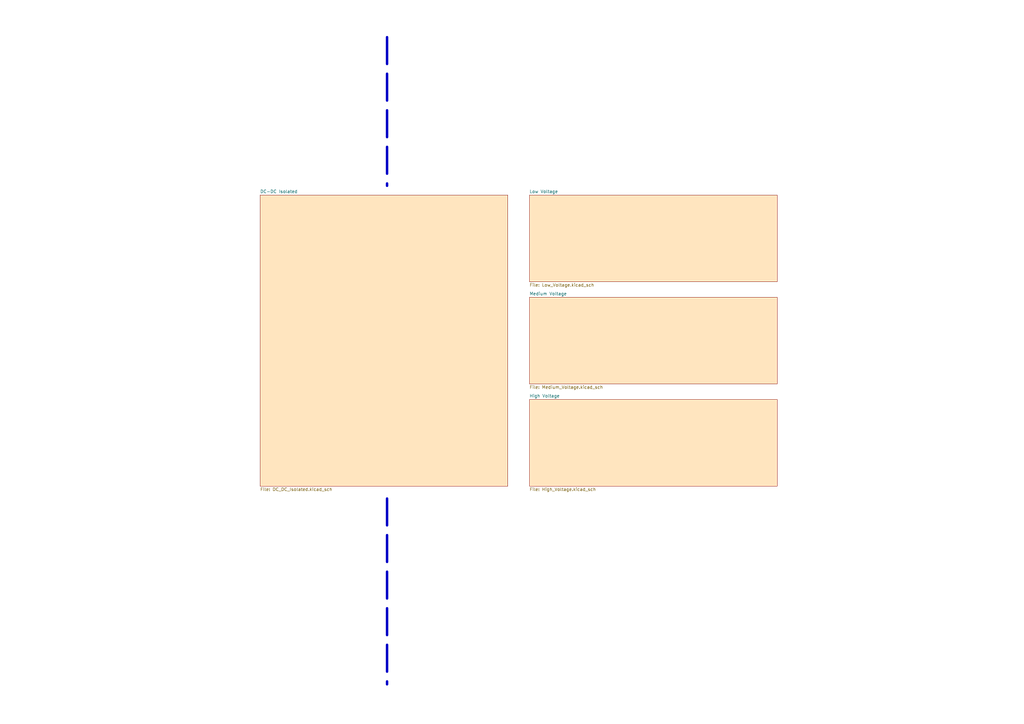
<source format=kicad_sch>
(kicad_sch
	(version 20250114)
	(generator "eeschema")
	(generator_version "9.0")
	(uuid "c7ad436e-1c7d-43f1-821e-d5ce146c7a04")
	(paper "A3")
	(lib_symbols)
	(polyline
		(pts
			(xy 158.75 15.24) (xy 158.75 76.2)
		)
		(stroke
			(width 1)
			(type dash)
		)
		(uuid "6a7bafab-a956-4eb3-a85e-0dac3e04210d")
	)
	(polyline
		(pts
			(xy 158.75 204.47) (xy 158.75 280.67)
		)
		(stroke
			(width 1)
			(type dash)
		)
		(uuid "9d3ba39c-4212-4950-90df-4432b4de056e")
	)
	(sheet
		(at 106.68 80.01)
		(size 101.6 119.38)
		(exclude_from_sim no)
		(in_bom yes)
		(on_board yes)
		(dnp no)
		(fields_autoplaced yes)
		(stroke
			(width 0.1524)
			(type solid)
		)
		(fill
			(color 255 229 191 1.0000)
		)
		(uuid "2ca714ab-eaa4-47e2-8e62-bcadfa00e38a")
		(property "Sheetname" "DC-DC Isolated"
			(at 106.68 79.2984 0)
			(effects
				(font
					(size 1.27 1.27)
				)
				(justify left bottom)
			)
		)
		(property "Sheetfile" "DC_DC_Isolated.kicad_sch"
			(at 106.68 199.9746 0)
			(effects
				(font
					(size 1.27 1.27)
				)
				(justify left top)
			)
		)
		(instances
			(project "ETH1CVOLT_A"
				(path "/ca79f0b4-91f7-4537-917d-68d425c03ca3/485861e8-c90d-4c19-b473-548e94ff000e/18da2cad-962d-47df-95e7-fd94fee0a7d8/ff9439b0-b623-4d10-a906-fb4e3cb6e044"
					(page "13")
				)
			)
		)
	)
	(sheet
		(at 217.17 121.92)
		(size 101.6 35.56)
		(exclude_from_sim no)
		(in_bom yes)
		(on_board yes)
		(dnp no)
		(fields_autoplaced yes)
		(stroke
			(width 0.1524)
			(type solid)
		)
		(fill
			(color 255 229 191 1.0000)
		)
		(uuid "6d967ebd-a46f-4449-b98b-985b0576b4a9")
		(property "Sheetname" "Medium Voltage"
			(at 217.17 121.2084 0)
			(effects
				(font
					(size 1.27 1.27)
				)
				(justify left bottom)
			)
		)
		(property "Sheetfile" "Medium_Voltage.kicad_sch"
			(at 217.17 158.0646 0)
			(effects
				(font
					(size 1.27 1.27)
				)
				(justify left top)
			)
		)
		(instances
			(project "ETH1CVOLT_A"
				(path "/ca79f0b4-91f7-4537-917d-68d425c03ca3/485861e8-c90d-4c19-b473-548e94ff000e/18da2cad-962d-47df-95e7-fd94fee0a7d8/ff9439b0-b623-4d10-a906-fb4e3cb6e044"
					(page "12")
				)
			)
		)
	)
	(sheet
		(at 217.17 80.01)
		(size 101.6 35.56)
		(exclude_from_sim no)
		(in_bom yes)
		(on_board yes)
		(dnp no)
		(fields_autoplaced yes)
		(stroke
			(width 0.1524)
			(type solid)
		)
		(fill
			(color 255 229 191 1.0000)
		)
		(uuid "7836756d-300e-4359-bd0e-a42b608a3735")
		(property "Sheetname" "Low Voltage"
			(at 217.17 79.2984 0)
			(effects
				(font
					(size 1.27 1.27)
				)
				(justify left bottom)
			)
		)
		(property "Sheetfile" "Low_Voltage.kicad_sch"
			(at 217.17 116.1546 0)
			(effects
				(font
					(size 1.27 1.27)
				)
				(justify left top)
			)
		)
		(instances
			(project "ETH1CVOLT_A"
				(path "/ca79f0b4-91f7-4537-917d-68d425c03ca3/485861e8-c90d-4c19-b473-548e94ff000e/18da2cad-962d-47df-95e7-fd94fee0a7d8/ff9439b0-b623-4d10-a906-fb4e3cb6e044"
					(page "13")
				)
			)
		)
	)
	(sheet
		(at 217.17 163.83)
		(size 101.6 35.56)
		(exclude_from_sim no)
		(in_bom yes)
		(on_board yes)
		(dnp no)
		(fields_autoplaced yes)
		(stroke
			(width 0.1524)
			(type solid)
		)
		(fill
			(color 255 229 191 1.0000)
		)
		(uuid "af66c62a-bba3-4457-94b1-d4b2bf9780de")
		(property "Sheetname" "High Voltage"
			(at 217.17 163.1184 0)
			(effects
				(font
					(size 1.27 1.27)
				)
				(justify left bottom)
			)
		)
		(property "Sheetfile" "High_Voltage.kicad_sch"
			(at 217.17 199.9746 0)
			(effects
				(font
					(size 1.27 1.27)
				)
				(justify left top)
			)
		)
		(instances
			(project "ETH1CVOLT_A"
				(path "/ca79f0b4-91f7-4537-917d-68d425c03ca3/485861e8-c90d-4c19-b473-548e94ff000e/18da2cad-962d-47df-95e7-fd94fee0a7d8/ff9439b0-b623-4d10-a906-fb4e3cb6e044"
					(page "14")
				)
			)
		)
	)
)

</source>
